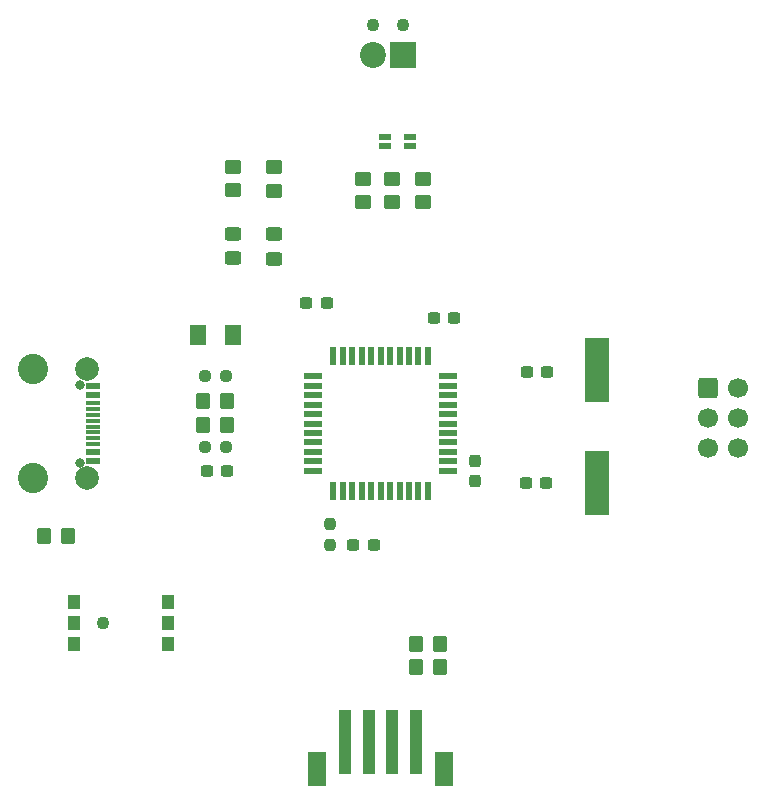
<source format=gbr>
%TF.GenerationSoftware,KiCad,Pcbnew,7.0.6-7.0.6~ubuntu20.04.1*%
%TF.CreationDate,2023-07-18T17:21:29-05:00*%
%TF.ProjectId,basic_microcontroller,62617369-635f-46d6-9963-726f636f6e74,rev?*%
%TF.SameCoordinates,Original*%
%TF.FileFunction,Soldermask,Top*%
%TF.FilePolarity,Negative*%
%FSLAX46Y46*%
G04 Gerber Fmt 4.6, Leading zero omitted, Abs format (unit mm)*
G04 Created by KiCad (PCBNEW 7.0.6-7.0.6~ubuntu20.04.1) date 2023-07-18 17:21:29*
%MOMM*%
%LPD*%
G01*
G04 APERTURE LIST*
G04 Aperture macros list*
%AMRoundRect*
0 Rectangle with rounded corners*
0 $1 Rounding radius*
0 $2 $3 $4 $5 $6 $7 $8 $9 X,Y pos of 4 corners*
0 Add a 4 corners polygon primitive as box body*
4,1,4,$2,$3,$4,$5,$6,$7,$8,$9,$2,$3,0*
0 Add four circle primitives for the rounded corners*
1,1,$1+$1,$2,$3*
1,1,$1+$1,$4,$5*
1,1,$1+$1,$6,$7*
1,1,$1+$1,$8,$9*
0 Add four rect primitives between the rounded corners*
20,1,$1+$1,$2,$3,$4,$5,0*
20,1,$1+$1,$4,$5,$6,$7,0*
20,1,$1+$1,$6,$7,$8,$9,0*
20,1,$1+$1,$8,$9,$2,$3,0*%
G04 Aperture macros list end*
%ADD10C,1.100000*%
%ADD11R,2.200000X2.200000*%
%ADD12C,2.200000*%
%ADD13RoundRect,0.237500X0.237500X-0.250000X0.237500X0.250000X-0.237500X0.250000X-0.237500X-0.250000X0*%
%ADD14RoundRect,0.237500X0.300000X0.237500X-0.300000X0.237500X-0.300000X-0.237500X0.300000X-0.237500X0*%
%ADD15RoundRect,0.237500X-0.250000X-0.237500X0.250000X-0.237500X0.250000X0.237500X-0.250000X0.237500X0*%
%ADD16RoundRect,0.250000X-0.600000X-0.600000X0.600000X-0.600000X0.600000X0.600000X-0.600000X0.600000X0*%
%ADD17C,1.700000*%
%ADD18RoundRect,0.250001X0.462499X0.624999X-0.462499X0.624999X-0.462499X-0.624999X0.462499X-0.624999X0*%
%ADD19RoundRect,0.250000X0.450000X-0.350000X0.450000X0.350000X-0.450000X0.350000X-0.450000X-0.350000X0*%
%ADD20R,1.000000X1.300000*%
%ADD21RoundRect,0.250000X-0.350000X-0.450000X0.350000X-0.450000X0.350000X0.450000X-0.350000X0.450000X0*%
%ADD22R,1.000000X0.500000*%
%ADD23RoundRect,0.250000X-0.450000X0.325000X-0.450000X-0.325000X0.450000X-0.325000X0.450000X0.325000X0*%
%ADD24RoundRect,0.237500X-0.300000X-0.237500X0.300000X-0.237500X0.300000X0.237500X-0.300000X0.237500X0*%
%ADD25C,0.800000*%
%ADD26R,1.250000X0.600000*%
%ADD27R,1.250000X0.300000*%
%ADD28C,2.000000*%
%ADD29C,2.565000*%
%ADD30R,2.000000X5.500000*%
%ADD31R,1.500000X0.550000*%
%ADD32R,0.550000X1.500000*%
%ADD33R,1.000000X5.500000*%
%ADD34R,1.600000X3.000000*%
%ADD35RoundRect,0.237500X0.237500X-0.300000X0.237500X0.300000X-0.237500X0.300000X-0.237500X-0.300000X0*%
%ADD36RoundRect,0.250000X0.350000X0.450000X-0.350000X0.450000X-0.350000X-0.450000X0.350000X-0.450000X0*%
G04 APERTURE END LIST*
D10*
%TO.C,J3*%
X151900000Y-66260000D03*
X149360000Y-66260000D03*
D11*
X151900000Y-68800000D03*
D12*
X149360000Y-68800000D03*
%TD*%
D13*
%TO.C,R3*%
X145700000Y-110312500D03*
X145700000Y-108487500D03*
%TD*%
D14*
%TO.C,C8*%
X145425000Y-89800000D03*
X143700000Y-89800000D03*
%TD*%
D15*
%TO.C,R6*%
X135087500Y-102000000D03*
X136912500Y-102000000D03*
%TD*%
%TO.C,R5*%
X135087500Y-96000000D03*
X136912500Y-96000000D03*
%TD*%
D16*
%TO.C,J2*%
X177747500Y-96955000D03*
D17*
X180287500Y-96955000D03*
X177747500Y-99495000D03*
X180287500Y-99495000D03*
X177747500Y-102035000D03*
X180287500Y-102035000D03*
%TD*%
D18*
%TO.C,F1*%
X137487500Y-92500000D03*
X134512500Y-92500000D03*
%TD*%
D19*
%TO.C,R35*%
X148500000Y-81250000D03*
X148500000Y-79250000D03*
%TD*%
D10*
%TO.C,S1*%
X126500000Y-116900000D03*
D20*
X124000000Y-115100000D03*
X124000000Y-116900000D03*
X124000000Y-118700000D03*
X132000000Y-115100000D03*
X132000000Y-116900000D03*
X132000000Y-118700000D03*
%TD*%
D21*
%TO.C,R1*%
X135000000Y-100100000D03*
X137000000Y-100100000D03*
%TD*%
%TO.C,R37*%
X153000000Y-118700000D03*
X155000000Y-118700000D03*
%TD*%
D22*
%TO.C,D27*%
X150400000Y-75700000D03*
X152500000Y-75700000D03*
X150400000Y-76500000D03*
X152500000Y-76500000D03*
%TD*%
D23*
%TO.C,D28*%
X137500000Y-83925000D03*
X137500000Y-85975000D03*
%TD*%
D21*
%TO.C,R36*%
X153000000Y-120600000D03*
X155000000Y-120600000D03*
%TD*%
D24*
%TO.C,C2*%
X162375000Y-95600000D03*
X164100000Y-95600000D03*
%TD*%
%TO.C,C3*%
X135275000Y-104000000D03*
X137000000Y-104000000D03*
%TD*%
D25*
%TO.C,J1*%
X124540000Y-96700000D03*
X124540000Y-103300000D03*
D26*
X125675000Y-96800000D03*
X125675000Y-97600000D03*
D27*
X125675000Y-98750000D03*
X125675000Y-99750000D03*
X125675000Y-100250000D03*
X125675000Y-101250000D03*
D26*
X125675000Y-102400000D03*
X125675000Y-103200000D03*
D27*
X125675000Y-101750000D03*
X125675000Y-100750000D03*
X125675000Y-99250000D03*
X125675000Y-98250000D03*
D28*
X125100000Y-95390000D03*
D29*
X120600000Y-95390000D03*
D28*
X125100000Y-104610000D03*
D29*
X120600000Y-104610000D03*
%TD*%
D19*
%TO.C,R34*%
X153600000Y-81250000D03*
X153600000Y-79250000D03*
%TD*%
D24*
%TO.C,C1*%
X162275000Y-105000000D03*
X164000000Y-105000000D03*
%TD*%
D30*
%TO.C,Y1*%
X168300000Y-95500000D03*
X168300000Y-105000000D03*
%TD*%
D19*
%TO.C,R38*%
X137500000Y-80250000D03*
X137500000Y-78250000D03*
%TD*%
D31*
%TO.C,U1*%
X144300000Y-96000000D03*
X144300000Y-96800000D03*
X144300000Y-97600000D03*
X144300000Y-98400000D03*
X144300000Y-99200000D03*
X144300000Y-100000000D03*
X144300000Y-100800000D03*
X144300000Y-101600000D03*
X144300000Y-102400000D03*
X144300000Y-103200000D03*
X144300000Y-104000000D03*
D32*
X146000000Y-105700000D03*
X146800000Y-105700000D03*
X147600000Y-105700000D03*
X148400000Y-105700000D03*
X149200000Y-105700000D03*
X150000000Y-105700000D03*
X150800000Y-105700000D03*
X151600000Y-105700000D03*
X152400000Y-105700000D03*
X153200000Y-105700000D03*
X154000000Y-105700000D03*
D31*
X155700000Y-104000000D03*
X155700000Y-103200000D03*
X155700000Y-102400000D03*
X155700000Y-101600000D03*
X155700000Y-100800000D03*
X155700000Y-100000000D03*
X155700000Y-99200000D03*
X155700000Y-98400000D03*
X155700000Y-97600000D03*
X155700000Y-96800000D03*
X155700000Y-96000000D03*
D32*
X154000000Y-94300000D03*
X153200000Y-94300000D03*
X152400000Y-94300000D03*
X151600000Y-94300000D03*
X150800000Y-94300000D03*
X150000000Y-94300000D03*
X149200000Y-94300000D03*
X148400000Y-94300000D03*
X147600000Y-94300000D03*
X146800000Y-94300000D03*
X146000000Y-94300000D03*
%TD*%
D33*
%TO.C,C6*%
X153000000Y-127000000D03*
X151000000Y-127000000D03*
X149000000Y-127000000D03*
X147000000Y-127000000D03*
D34*
X155400000Y-129250000D03*
X144600000Y-129250000D03*
%TD*%
D24*
%TO.C,C7*%
X154500000Y-91100000D03*
X156225000Y-91100000D03*
%TD*%
D19*
%TO.C,R7*%
X141000000Y-80300000D03*
X141000000Y-78300000D03*
%TD*%
D14*
%TO.C,C4*%
X149400000Y-110300000D03*
X147675000Y-110300000D03*
%TD*%
D19*
%TO.C,R33*%
X151000000Y-81250000D03*
X151000000Y-79250000D03*
%TD*%
D21*
%TO.C,R2*%
X135000000Y-98100000D03*
X137000000Y-98100000D03*
%TD*%
D23*
%TO.C,D1*%
X141000000Y-83975000D03*
X141000000Y-86025000D03*
%TD*%
D35*
%TO.C,C5*%
X158000000Y-104862500D03*
X158000000Y-103137500D03*
%TD*%
D36*
%TO.C,R4*%
X123500000Y-109500000D03*
X121500000Y-109500000D03*
%TD*%
M02*

</source>
